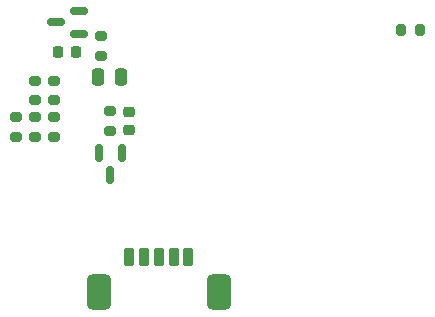
<source format=gbr>
%TF.GenerationSoftware,KiCad,Pcbnew,8.0.8*%
%TF.CreationDate,2025-03-17T13:27:47+01:00*%
%TF.ProjectId,BatteryCharger,42617474-6572-4794-9368-61726765722e,rev?*%
%TF.SameCoordinates,Original*%
%TF.FileFunction,Paste,Bot*%
%TF.FilePolarity,Positive*%
%FSLAX46Y46*%
G04 Gerber Fmt 4.6, Leading zero omitted, Abs format (unit mm)*
G04 Created by KiCad (PCBNEW 8.0.8) date 2025-03-17 13:27:47*
%MOMM*%
%LPD*%
G01*
G04 APERTURE LIST*
G04 Aperture macros list*
%AMRoundRect*
0 Rectangle with rounded corners*
0 $1 Rounding radius*
0 $2 $3 $4 $5 $6 $7 $8 $9 X,Y pos of 4 corners*
0 Add a 4 corners polygon primitive as box body*
4,1,4,$2,$3,$4,$5,$6,$7,$8,$9,$2,$3,0*
0 Add four circle primitives for the rounded corners*
1,1,$1+$1,$2,$3*
1,1,$1+$1,$4,$5*
1,1,$1+$1,$6,$7*
1,1,$1+$1,$8,$9*
0 Add four rect primitives between the rounded corners*
20,1,$1+$1,$2,$3,$4,$5,0*
20,1,$1+$1,$4,$5,$6,$7,0*
20,1,$1+$1,$6,$7,$8,$9,0*
20,1,$1+$1,$8,$9,$2,$3,0*%
G04 Aperture macros list end*
%ADD10RoundRect,0.225000X-0.250000X0.225000X-0.250000X-0.225000X0.250000X-0.225000X0.250000X0.225000X0*%
%ADD11RoundRect,0.250000X0.250000X0.475000X-0.250000X0.475000X-0.250000X-0.475000X0.250000X-0.475000X0*%
%ADD12RoundRect,0.200000X0.275000X-0.200000X0.275000X0.200000X-0.275000X0.200000X-0.275000X-0.200000X0*%
%ADD13RoundRect,0.200000X-0.275000X0.200000X-0.275000X-0.200000X0.275000X-0.200000X0.275000X0.200000X0*%
%ADD14RoundRect,0.200000X-0.200000X-0.275000X0.200000X-0.275000X0.200000X0.275000X-0.200000X0.275000X0*%
%ADD15RoundRect,0.225000X0.225000X0.250000X-0.225000X0.250000X-0.225000X-0.250000X0.225000X-0.250000X0*%
%ADD16RoundRect,0.200000X0.200000X0.600000X-0.200000X0.600000X-0.200000X-0.600000X0.200000X-0.600000X0*%
%ADD17RoundRect,0.525000X0.525000X0.975000X-0.525000X0.975000X-0.525000X-0.975000X0.525000X-0.975000X0*%
%ADD18RoundRect,0.150000X0.587500X0.150000X-0.587500X0.150000X-0.587500X-0.150000X0.587500X-0.150000X0*%
%ADD19RoundRect,0.150000X-0.150000X0.587500X-0.150000X-0.587500X0.150000X-0.587500X0.150000X0.587500X0*%
G04 APERTURE END LIST*
D10*
%TO.C,C12*%
X143400000Y-102625000D03*
X143400000Y-104175000D03*
%TD*%
D11*
%TO.C,C2*%
X142650000Y-99700000D03*
X140750000Y-99700000D03*
%TD*%
D12*
%TO.C,R12*%
X137000000Y-104725000D03*
X137000000Y-103075000D03*
%TD*%
D13*
%TO.C,R10*%
X137000000Y-99975000D03*
X137000000Y-101625000D03*
%TD*%
D14*
%TO.C,R4*%
X166375000Y-95700000D03*
X168025000Y-95700000D03*
%TD*%
D12*
%TO.C,R1*%
X141800000Y-104225000D03*
X141800000Y-102575000D03*
%TD*%
D13*
%TO.C,R9*%
X133800000Y-103075000D03*
X133800000Y-104725000D03*
%TD*%
D15*
%TO.C,C18*%
X138907500Y-97575000D03*
X137357500Y-97575000D03*
%TD*%
D16*
%TO.C,J4*%
X143400000Y-114950000D03*
X144650000Y-114950000D03*
X145900000Y-114950000D03*
X147150000Y-114950000D03*
X148400000Y-114950000D03*
D17*
X150950000Y-117850000D03*
X140850000Y-117850000D03*
%TD*%
D13*
%TO.C,R8*%
X135400000Y-99975000D03*
X135400000Y-101625000D03*
%TD*%
%TO.C,R13*%
X141000000Y-96200000D03*
X141000000Y-97850000D03*
%TD*%
D18*
%TO.C,U2*%
X139100000Y-94100000D03*
X139100000Y-96000000D03*
X137225000Y-95050000D03*
%TD*%
D19*
%TO.C,D1*%
X140850000Y-106062500D03*
X142750000Y-106062500D03*
X141800000Y-107937500D03*
%TD*%
D12*
%TO.C,R6*%
X135400000Y-104725000D03*
X135400000Y-103075000D03*
%TD*%
M02*

</source>
